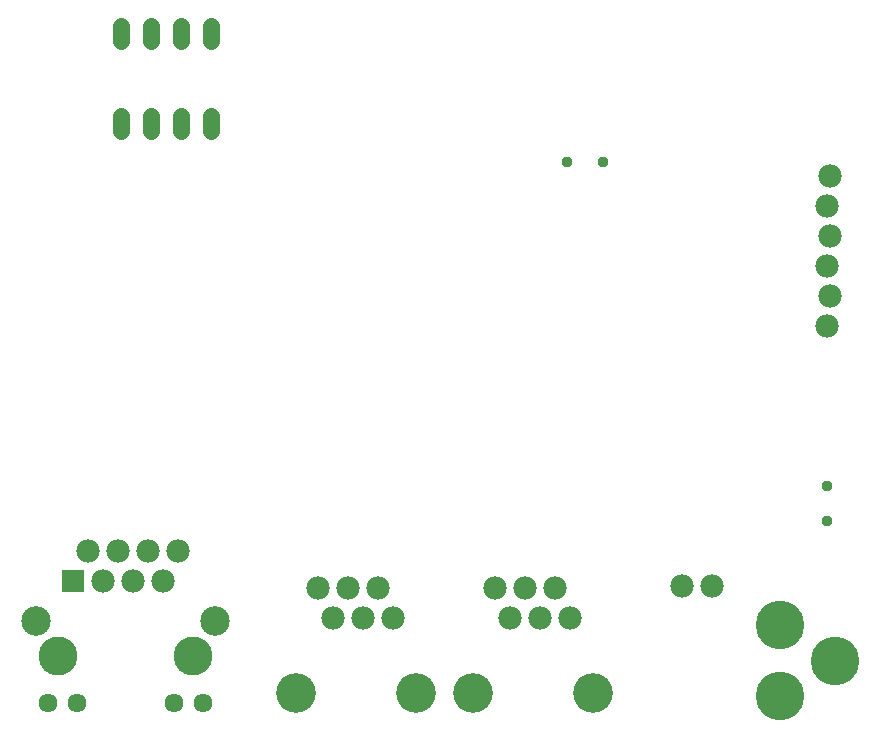
<source format=gts>
G75*
G70*
%OFA0B0*%
%FSLAX24Y24*%
%IPPOS*%
%LPD*%
%AMOC8*
5,1,8,0,0,1.08239X$1,22.5*
%
%ADD10C,0.0560*%
%ADD11C,0.1320*%
%ADD12C,0.0780*%
%ADD13C,0.1300*%
%ADD14R,0.0780X0.0780*%
%ADD15C,0.0985*%
%ADD16C,0.0634*%
%ADD17C,0.0375*%
%ADD18C,0.1620*%
D10*
X004737Y022366D02*
X004737Y022886D01*
X005737Y022886D02*
X005737Y022366D01*
X006737Y022366D02*
X006737Y022886D01*
X007737Y022886D02*
X007737Y022366D01*
X007737Y025366D02*
X007737Y025886D01*
X006737Y025886D02*
X006737Y025366D01*
X005737Y025366D02*
X005737Y025886D01*
X004737Y025886D02*
X004737Y025366D01*
D11*
X010568Y003654D03*
X014568Y003654D03*
X016473Y003654D03*
X020473Y003654D03*
D12*
X019723Y006154D03*
X019223Y007154D03*
X018223Y007154D03*
X017723Y006154D03*
X018723Y006154D03*
X017223Y007154D03*
X013818Y006154D03*
X012818Y006154D03*
X013318Y007154D03*
X012318Y007154D03*
X011318Y007154D03*
X011818Y006154D03*
X006656Y008372D03*
X005656Y008372D03*
X004656Y008372D03*
X003656Y008372D03*
X004156Y007372D03*
X005156Y007372D03*
X006156Y007372D03*
X023453Y007197D03*
X024453Y007197D03*
X028284Y015858D03*
X028384Y016858D03*
X028284Y017858D03*
X028384Y018858D03*
X028284Y019858D03*
X028384Y020858D03*
D13*
X007156Y004872D03*
X002656Y004872D03*
D14*
X003156Y007372D03*
D15*
X001906Y006055D03*
X007890Y006055D03*
D16*
X002300Y003299D03*
X003284Y003299D03*
X006512Y003299D03*
X007497Y003299D03*
D17*
X019627Y021343D03*
X020808Y021343D03*
X028284Y010543D03*
X028284Y009362D03*
D18*
X026709Y005898D03*
X028560Y004717D03*
X026709Y003535D03*
M02*

</source>
